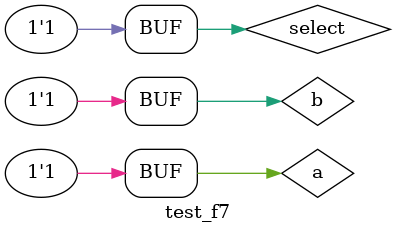
<source format=v>
module f7 ( output s_selected,
    input  a,
    input  b,
    input  select );
// definir dados locais
    wire or_result;
    wire nor_result;

// descrever por portas
    or OR1 ( or_result, a, b );
    nor NOR1 ( nor_result, a, b );

    mux MUX1 ( .s(s_selected), .a(or_result), .b(nor_result), .select(select) );

endmodule // lu_or_nor
// -------------------------
// multiplexer
// -------------------------
module mux ( output s,
    input a,
    input b,
    input select );
// definir dados locais
    wire not_select;
    wire sa;
    wire sb;
// descrever por portas
    not NOT1 ( not_select, select );
    and AND1 ( sa, a, not_select );
    and AND2 ( sb, b, select );
    or OR1 ( s , sa, sb );
endmodule // mux
module test_f7;
// ------------------------- definir dados
    reg a;
    reg b;
    reg select;
    wire s_selected;
    f7 LU1 ( .s_selected(s_selected), .a(a), .b(b), .select(select) );
// ------------------------- parte principal
    initial
      begin : main
        $display("Guia_0702 - Pedro Henrique Cardoso Maia - 874398");
        $display(" a   b   sel     s_selected");
        $display("--------------------------");

        // projetar testes do modulo
        a = 1'b0; b = 1'b0; select = 1'b0; #1 $monitor("%2b  %2b  %3b  %10b", a, b, select, s_selected);
        a = 1'b0; b = 1'b1; select = 1'b0; #1 $monitor("%2b  %2b  %3b  %10b", a, b, select, s_selected);
        a = 1'b1; b = 1'b0; select = 1'b0; #1 $monitor("%2b  %2b  %3b  %10b", a, b, select, s_selected);
        a = 1'b1; b = 1'b1; select = 1'b0; #1 $monitor("%2b  %2b  %3b  %10b", a, b, select, s_selected);

        $display("--------------------------");

        a = 1'b0; b = 1'b0; select = 1'b1; #1 $monitor("%2b  %2b  %3b  %10b", a, b, select, s_selected);
        a = 1'b0; b = 1'b1; select = 1'b1; #1 $monitor("%2b  %2b  %3b  %10b", a, b, select, s_selected);
        a = 1'b1; b = 1'b0; select = 1'b1; #1 $monitor("%2b  %2b  %3b  %10b", a, b, select, s_selected);
        a = 1'b1; b = 1'b1; select = 1'b1; #1 $monitor("%2b  %2b  %3b  %10b", a, b, select, s_selected);
      end
endmodule // test_f7
</source>
